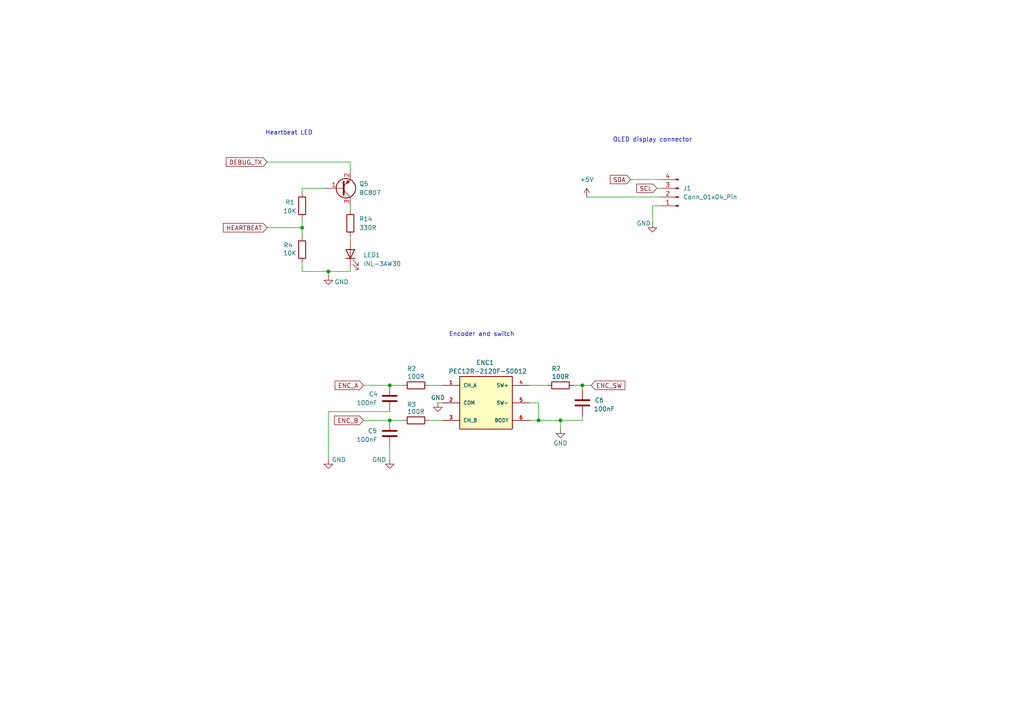
<source format=kicad_sch>
(kicad_sch (version 20231120) (generator "eeschema") (generator_version "8.0")
  (paper "A4")
  (title_block (title "User interface"))
  (lib_symbols
    (symbol "Connector:Conn_01x04_Pin" (pin_names (offset 1.016) hide)
      (property "Reference" "J" (at 0 5.08 0))
      (property "Value" "Conn_01x04_Pin" (at 0 -7.62 0))
      (symbol "Conn_01x04_Pin_1_1"
        (polyline (pts (xy 1.27 -5.08) (xy 0.8636 -5.08)) (stroke (width 0.1524)))
        (polyline (pts (xy 1.27 -2.54) (xy 0.8636 -2.54)) (stroke (width 0.1524)))
        (polyline (pts (xy 1.27 0) (xy 0.8636 0)) (stroke (width 0.1524)))
        (polyline (pts (xy 1.27 2.54) (xy 0.8636 2.54)) (stroke (width 0.1524)))
        (rectangle (start 0.8636 -4.953) (end 0 -5.207) (stroke (width 0.1524)) (fill (type outline)))
        (rectangle (start 0.8636 -2.413) (end 0 -2.667) (stroke (width 0.1524)) (fill (type outline)))
        (rectangle (start 0.8636 0.127) (end 0 -0.127) (stroke (width 0.1524)) (fill (type outline)))
        (rectangle (start 0.8636 2.667) (end 0 2.413) (stroke (width 0.1524)) (fill (type outline)))
        (pin passive line (at 5.08 2.54 180) (length 3.81) (name "Pin_1") (number "1"))
        (pin passive line (at 5.08 0 180) (length 3.81) (name "Pin_2") (number "2"))
        (pin passive line (at 5.08 -2.54 180) (length 3.81) (name "Pin_3") (number "3"))
        (pin passive line (at 5.08 -5.08 180) (length 3.81) (name "Pin_4") (number "4"))
      )
    )
    (symbol "DMUtils:BURNS-PECXXR" (pin_names (offset 1.016))
      (property "Reference" "U" (at -7.62 8.128 0))
      (property "Value" "BURNS-PECXXR" (at -1.016 11.938 0))
      (symbol "BURNS-PECXXR_0_0"
        (rectangle (start -7.62 -7.62) (end 7.62 7.62) (stroke (width 0.254)) (fill (type background)))
        (pin bidirectional line (at -12.7 5.08 0) (length 5.08) (name "CH_A") (number "1"))
        (pin bidirectional line (at -12.7 0 0) (length 5.08) (name "COM") (number "2"))
        (pin bidirectional line (at -12.7 -5.08 0) (length 5.08) (name "CH_B") (number "3"))
        (pin bidirectional line (at 12.7 5.08 180) (length 5.08) (name "SW+") (number "4"))
        (pin bidirectional line (at 12.7 0 180) (length 5.08) (name "SW-") (number "5"))
      )
      (symbol "BURNS-PECXXR_1_0"
        (pin passive line (at 12.7 -5.08 180) (length 5.08) (name "BODY") (number "6"))
      )
    )
    (symbol "Device:C" (pin_numbers hide) (pin_names (offset 0.254))
      (property "Reference" "C" (at 0.635 2.54 0))
      (property "Value" "C" (at 0.635 -2.54 0))
      (symbol "C_0_1"
        (polyline (pts (xy -2.032 -0.762) (xy 2.032 -0.762)) (stroke (width 0.508)))
        (polyline (pts (xy -2.032 0.762) (xy 2.032 0.762)) (stroke (width 0.508)))
      )
      (symbol "C_1_1"
        (pin passive line (at 0 3.81 270) (length 2.794) (name "~") (number "1"))
        (pin passive line (at 0 -3.81 90) (length 2.794) (name "~") (number "2"))
      )
    )
    (symbol "Device:LED" (pin_numbers hide) (pin_names (offset 1.016) hide)
      (property "Reference" "D" (at 0 2.54 0))
      (property "Value" "LED" (at 0 -2.54 0))
      (symbol "LED_0_1"
        (polyline (pts (xy -1.27 -1.27) (xy -1.27 1.27)) (stroke (width 0.254)))
        (polyline (pts (xy -1.27 0) (xy 1.27 0)))
        (polyline (pts (xy 1.27 -1.27) (xy 1.27 1.27) (xy -1.27 0) (xy 1.27 -1.27)) (stroke (width 0.254)))
        (polyline (pts (xy -3.048 -0.762) (xy -4.572 -2.286) (xy -3.81 -2.286) (xy -4.572 -2.286) (xy -4.572 -1.524)))
        (polyline (pts (xy -1.778 -0.762) (xy -3.302 -2.286) (xy -2.54 -2.286) (xy -3.302 -2.286) (xy -3.302 -1.524)))
      )
      (symbol "LED_1_1"
        (pin passive line (at -3.81 0 0) (length 2.54) (name "K") (number "1"))
        (pin passive line (at 3.81 0 180) (length 2.54) (name "A") (number "2"))
      )
    )
    (symbol "Device:R" (pin_numbers hide) (pin_names (offset 0))
      (property "Reference" "R" (at 2.032 0 90))
      (property "Value" "R" (at 0 0 90))
      (symbol "R_0_1"
        (rectangle (start -1.016 -2.54) (end 1.016 2.54) (stroke (width 0.254)))
      )
      (symbol "R_1_1"
        (pin passive line (at 0 3.81 270) (length 1.27) (name "~") (number "1"))
        (pin passive line (at 0 -3.81 90) (length 1.27) (name "~") (number "2"))
      )
    )
    (symbol "Transistor_BJT:BC807" (pin_names (offset 0) hide)
      (property "Reference" "Q" (at 5.08 1.905 0))
      (property "Value" "BC807" (at 5.08 0 0))
      (symbol "BC807_0_1"
        (polyline (pts (xy 0.635 0.635) (xy 2.54 2.54)))
        (polyline (pts (xy 0.635 -0.635) (xy 2.54 -2.54) (xy 2.54 -2.54)))
        (polyline (pts (xy 0.635 1.905) (xy 0.635 -1.905) (xy 0.635 -1.905)) (stroke (width 0.508)))
        (polyline (pts (xy 2.286 -1.778) (xy 1.778 -2.286) (xy 1.27 -1.27) (xy 2.286 -1.778) (xy 2.286 -1.778)) (fill (type outline)))
        (circle (center 1.27 0) (radius 2.8194) (stroke (width 0.254)))
      )
      (symbol "BC807_1_1"
        (pin input line (at -5.08 0 0) (length 5.715) (name "B") (number "1"))
        (pin passive line (at 2.54 -5.08 90) (length 2.54) (name "E") (number "2"))
        (pin passive line (at 2.54 5.08 270) (length 2.54) (name "C") (number "3"))
      )
    )
    (symbol "power:+5V" (power) (pin_numbers hide) (pin_names (offset 0) hide)
      (property "Value" "+5V" (at 0 3.556 0))
      (symbol "+5V_0_1"
        (polyline (pts (xy -0.762 1.27) (xy 0 2.54)))
        (polyline (pts (xy 0 0) (xy 0 2.54)))
        (polyline (pts (xy 0 2.54) (xy 0.762 1.27)))
      )
      (symbol "+5V_1_1"
        (pin power_in line (at 0 0 90) (length 0) (name "~") (number "1"))
      )
    )
    (symbol "power:GND" (power) (pin_numbers hide) (pin_names (offset 0) hide)
      (property "Value" "GND" (at 0 -3.81 0))
      (symbol "GND_0_1"
        (polyline (pts (xy 0 0) (xy 0 -1.27) (xy 1.27 -1.27) (xy 0 -2.54) (xy -1.27 -1.27) (xy 0 -1.27)))
      )
      (symbol "GND_1_1"
        (pin power_in line (at 0 0 270) (length 0) (name "~") (number "1"))
      )
    )
  )
  (junction (at 156.21 121.92))
  (junction (at 95.25 78.74))
  (junction (at 87.63 66.04))
  (junction (at 162.56 121.92))
  (junction (at 168.91 111.76))
  (junction (at 113.03 111.76))
  (junction (at 113.03 121.92))
  (wire (pts (xy 113.03 121.92) (xy 116.84 121.92)))
  (wire (pts (xy 162.56 121.92) (xy 168.91 121.92)))
  (wire (pts (xy 182.88 52.07) (xy 191.77 52.07)))
  (wire (pts (xy 113.03 129.54) (xy 113.03 133.35)))
  (wire (pts (xy 87.63 54.61) (xy 87.63 55.88)))
  (wire (pts (xy 162.56 121.92) (xy 162.56 124.46)))
  (wire (pts (xy 101.6 59.69) (xy 101.6 60.96)))
  (wire (pts (xy 168.91 113.03) (xy 168.91 111.76)))
  (wire (pts (xy 124.46 121.92) (xy 128.27 121.92)))
  (wire (pts (xy 127 116.84) (xy 128.27 116.84)))
  (wire (pts (xy 113.03 111.76) (xy 116.84 111.76)))
  (wire (pts (xy 101.6 78.74) (xy 95.25 78.74)))
  (wire (pts (xy 95.25 78.74) (xy 87.63 78.74)))
  (wire (pts (xy 189.23 59.69) (xy 189.23 64.77)))
  (wire (pts (xy 190.5 54.61) (xy 191.77 54.61)))
  (wire (pts (xy 101.6 68.58) (xy 101.6 69.85)))
  (wire (pts (xy 77.47 46.99) (xy 101.6 46.99)))
  (wire (pts (xy 87.63 66.04) (xy 77.47 66.04)))
  (wire (pts (xy 156.21 121.92) (xy 153.67 121.92)))
  (wire (pts (xy 156.21 121.92) (xy 162.56 121.92)))
  (wire (pts (xy 95.25 119.38) (xy 95.25 133.35)))
  (wire (pts (xy 156.21 116.84) (xy 156.21 121.92)))
  (wire (pts (xy 113.03 119.38) (xy 95.25 119.38)))
  (wire (pts (xy 87.63 66.04) (xy 87.63 68.58)))
  (wire (pts (xy 168.91 121.92) (xy 168.91 120.65)))
  (wire (pts (xy 170.18 57.15) (xy 191.77 57.15)))
  (wire (pts (xy 101.6 78.74) (xy 101.6 77.47)))
  (wire (pts (xy 105.41 121.92) (xy 113.03 121.92)))
  (wire (pts (xy 166.37 111.76) (xy 168.91 111.76)))
  (wire (pts (xy 124.46 111.76) (xy 128.27 111.76)))
  (wire (pts (xy 153.67 116.84) (xy 156.21 116.84)))
  (wire (pts (xy 153.67 111.76) (xy 158.75 111.76)))
  (wire (pts (xy 95.25 80.01) (xy 95.25 78.74)))
  (wire (pts (xy 189.23 59.69) (xy 191.77 59.69)))
  (wire (pts (xy 168.91 111.76) (xy 171.45 111.76)))
  (wire (pts (xy 87.63 54.61) (xy 93.98 54.61)))
  (wire (pts (xy 105.41 111.76) (xy 113.03 111.76)))
  (wire (pts (xy 87.63 78.74) (xy 87.63 76.2)))
  (wire (pts (xy 87.63 63.5) (xy 87.63 66.04)))
  (wire (pts (xy 101.6 46.99) (xy 101.6 49.53)))
  (text "Encoder and switch" (at 139.7 97.028 0) (effects (font (size 1.27 1.27))))
  (text "Heartbeat LED" (at 83.82 38.608 0) (effects (font (size 1.27 1.27))))
  (text "OLED display connector" (at 189.23 40.64 0) (effects (font (size 1.27 1.27))))
  (global_label "ENC_B" (shape input) (at 105.41 121.92 180) (property "Intersheetrefs" "${INTERSHEET_REFS}" (effects (hide yes))))
  (global_label "SDA" (shape input) (at 182.88 52.07 180) (effects (font (size 1.2446 1.2446))) (property "Intersheetrefs" "${INTERSHEET_REFS}" (effects (hide yes))))
  (global_label "ENC_A" (shape input) (at 105.41 111.76 180) (property "Intersheetrefs" "${INTERSHEET_REFS}" (effects (hide yes))))
  (global_label "DEBUG_TX" (shape input) (at 77.47 46.99 180) (property "Intersheetrefs" "${INTERSHEET_REFS}" (effects (hide yes))))
  (global_label "SCL" (shape input) (at 190.5 54.61 180) (effects (font (size 1.2446 1.2446))) (property "Intersheetrefs" "${INTERSHEET_REFS}" (effects (hide yes))))
  (global_label "HEARTBEAT" (shape input) (at 77.47 66.04 180) (property "Intersheetrefs" "${INTERSHEET_REFS}" (effects (hide yes))))
  (global_label "ENC_SW" (shape input) (at 171.45 111.76 0) (property "Intersheetrefs" "${INTERSHEET_REFS}" (effects (hide yes))))
  (symbol (lib_id "Device:R") (at 162.56 111.76 90) (unit 1)
    (property "Reference" "R7" (at 161.29 106.934 90))
    (property "Value" "100R" (at 162.56 109.22 90))
    (property "Footprint" "Resistor_SMD:R_0805_2012Metric" (effects (hide yes)))
    (property "Description" "Resistor" (effects (hide yes)))
  )
  (symbol (lib_id "Device:R") (at 101.6 64.77 180) (unit 1)
    (property "Reference" "R14" (at 104.14 63.4999 0) (effects (justify right)))
    (property "Value" "330R" (at 104.14 66.0399 0) (effects (justify right)))
    (property "Footprint" "Resistor_SMD:R_0805_2012Metric" (effects (hide yes)))
    (property "Description" "Resistor" (effects (hide yes)))
  )
  (symbol (lib_id "Device:R") (at 120.65 111.76 90) (unit 1)
    (property "Reference" "R2" (at 119.38 106.934 90))
    (property "Value" "100R" (at 120.65 109.22 90))
    (property "Footprint" "Resistor_SMD:R_0805_2012Metric" (effects (hide yes)))
    (property "Description" "Resistor" (effects (hide yes)))
  )
  (symbol (lib_id "power:GND") (at 189.23 64.77 0) (unit 1)
    (property "Reference" "#PWR013" (effects (hide yes)))
    (property "Value" "GND" (at 186.69 64.77 0))
    (property "Description" "Power symbol creates a global label with name \"GND\" , ground" (effects (hide yes)))
  )
  (symbol (lib_id "DMUtils:BURNS-PECXXR") (at 140.97 116.84 0) (unit 1)
    (property "Reference" "ENC1" (at 140.716 105.156 0))
    (property "Value" "PEC12R-2120F-S0012" (at 141.478 107.696 0))
    (property "Footprint" "DMUtils:BOURNS_PEC_HORZ_20" (effects (hide yes)))
  )
  (symbol (lib_id "Device:R") (at 87.63 72.39 0) (unit 1)
    (property "Reference" "R4" (at 83.566 71.12 0))
    (property "Value" "10K" (at 84.074 73.406 0))
    (property "Footprint" "Resistor_SMD:R_0805_2012Metric" (effects (hide yes)))
    (property "Description" "Resistor" (effects (hide yes)))
  )
  (symbol (lib_id "power:+5V") (at 170.18 57.15 0) (unit 1)
    (property "Reference" "#PWR012" (effects (hide yes)))
    (property "Value" "+5V" (at 170.18 52.07 0))
    (property "Description" "Power symbol creates a global label with name \"+5V\"" (effects (hide yes)))
  )
  (symbol (lib_id "power:GND") (at 127 116.84 0) (unit 1)
    (property "Reference" "#PWR027" (effects (hide yes)))
    (property "Value" "GND" (at 127 115.316 0))
    (property "Description" "Power symbol creates a global label with name \"GND\" , ground" (effects (hide yes)))
  )
  (symbol (lib_id "power:GND") (at 113.03 133.35 0) (unit 1)
    (property "Reference" "#PWR025" (effects (hide yes)))
    (property "Value" "GND" (at 109.982 133.35 0))
    (property "Description" "Power symbol creates a global label with name \"GND\" , ground" (effects (hide yes)))
  )
  (symbol (lib_id "Device:R") (at 120.65 121.92 90) (unit 1)
    (property "Reference" "R3" (at 119.38 117.348 90))
    (property "Value" "100R" (at 120.65 119.38 90))
    (property "Footprint" "Resistor_SMD:R_0805_2012Metric" (effects (hide yes)))
    (property "Description" "Resistor" (effects (hide yes)))
  )
  (symbol (lib_id "Connector:Conn_01x04_Pin") (at 196.85 57.15 180) (unit 1)
    (property "Reference" "J1" (at 198.12 54.6099 0) (effects (justify right)))
    (property "Value" "Conn_01x04_Pin" (at 198.12 57.1499 0) (effects (justify right)))
    (property "Footprint" "Connector_PinHeader_2.54mm:PinHeader_1x04_P2.54mm_Vertical" (effects (hide yes)))
    (property "Description" "Generic connector, single row, 01x04, script generated" (effects (hide yes)))
  )
  (symbol (lib_id "Device:C") (at 113.03 115.57 0) (unit 1)
    (property "Reference" "C4" (at 106.934 114.3 0) (effects (justify left)))
    (property "Value" "100nF" (at 103.378 116.84 0) (effects (justify left)))
    (property "Footprint" "Capacitor_SMD:C_0805_2012Metric" (effects (hide yes)))
    (property "Description" "Unpolarized capacitor" (effects (hide yes)))
  )
  (symbol (lib_id "Device:R") (at 87.63 59.69 180) (unit 1)
    (property "Reference" "R1" (at 84.074 58.674 0))
    (property "Value" "10K" (at 84.074 61.214 0))
    (property "Footprint" "Resistor_SMD:R_0805_2012Metric" (effects (hide yes)))
    (property "Description" "Resistor" (effects (hide yes)))
  )
  (symbol (lib_id "Device:C") (at 113.03 125.73 0) (unit 1)
    (property "Reference" "C5" (at 106.68 124.968 0) (effects (justify left)))
    (property "Value" "100nF" (at 103.378 127.508 0) (effects (justify left)))
    (property "Footprint" "Capacitor_SMD:C_0805_2012Metric" (effects (hide yes)))
    (property "Description" "Unpolarized capacitor" (effects (hide yes)))
  )
  (symbol (lib_id "power:GND") (at 162.56 124.46 0) (unit 1)
    (property "Reference" "#PWR031" (effects (hide yes)))
    (property "Value" "GND" (at 162.56 128.524 0))
    (property "Description" "Power symbol creates a global label with name \"GND\" , ground" (effects (hide yes)))
  )
  (symbol (lib_id "Device:LED") (at 101.6 73.66 90) (unit 1)
    (property "Reference" "LED1" (at 105.41 73.9774 90) (effects (justify right)))
    (property "Value" "INL-3AW30" (at 105.41 76.5174 90) (effects (justify right)))
    (property "Footprint" "LED_SMD:LED_0805_2012Metric_Pad1.15x1.40mm_HandSolder" (effects (hide yes)))
    (property "Description" "Light emitting diode" (effects (hide yes)))
  )
  (symbol (lib_id "power:GND") (at 95.25 80.01 0) (unit 1)
    (property "Reference" "#PWR023" (effects (hide yes)))
    (property "Value" "GND" (at 99.06 81.788 0))
    (property "Description" "Power symbol creates a global label with name \"GND\" , ground" (effects (hide yes)))
  )
  (symbol (lib_id "Transistor_BJT:BC807") (at 99.06 54.61 0) (mirror x) (unit 1)
    (property "Reference" "Q5" (at 104.14 53.3399 0) (effects (justify left)))
    (property "Value" "BC807" (at 104.14 55.8799 0) (effects (justify left)))
    (property "Footprint" "Package_TO_SOT_SMD:SOT-23" (effects (hide yes)))
    (property "Datasheet" "https://www.onsemi.com/pub/Collateral/BC808-D.pdf" (effects (hide yes)))
    (property "Description" "0.8A Ic, 45V Vce, PNP Transistor, SOT-23" (effects (hide yes)))
  )
  (symbol (lib_id "power:GND") (at 95.25 133.35 0) (unit 1)
    (property "Reference" "#PWR024" (effects (hide yes)))
    (property "Value" "GND" (at 98.298 133.35 0))
    (property "Description" "Power symbol creates a global label with name \"GND\" , ground" (effects (hide yes)))
  )
  (symbol (lib_id "Device:C") (at 168.91 116.84 0) (unit 1)
    (property "Reference" "C6" (at 172.466 116.078 0) (effects (justify left)))
    (property "Value" "100nF" (at 172.212 118.618 0) (effects (justify left)))
    (property "Footprint" "Capacitor_SMD:C_0805_2012Metric" (effects (hide yes)))
    (property "Description" "Unpolarized capacitor" (effects (hide yes)))
  )
)
</source>
